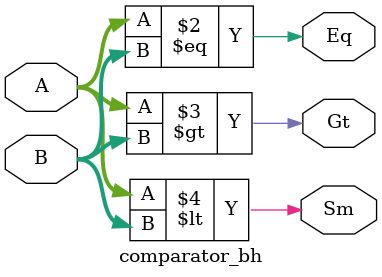
<source format=v>
module comparator_bh(Eq, Gt, Sm, A, B);
  
  input [3:0]A, B;
  output reg Eq, Gt, Sm;
  
  always@(*) begin
    Eq= (A==B);
    Gt= (A>B);
    Sm= (A<B);
  end
endmodule

</source>
